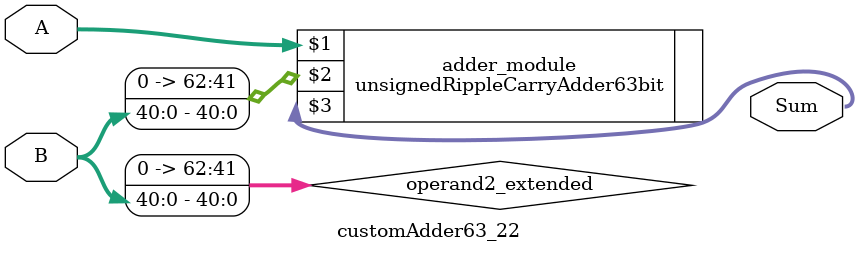
<source format=v>
module customAdder63_22(
                        input [62 : 0] A,
                        input [40 : 0] B,
                        
                        output [63 : 0] Sum
                );

        wire [62 : 0] operand2_extended;
        
        assign operand2_extended =  {22'b0, B};
        
        unsignedRippleCarryAdder63bit adder_module(
            A,
            operand2_extended,
            Sum
        );
        
        endmodule
        
</source>
